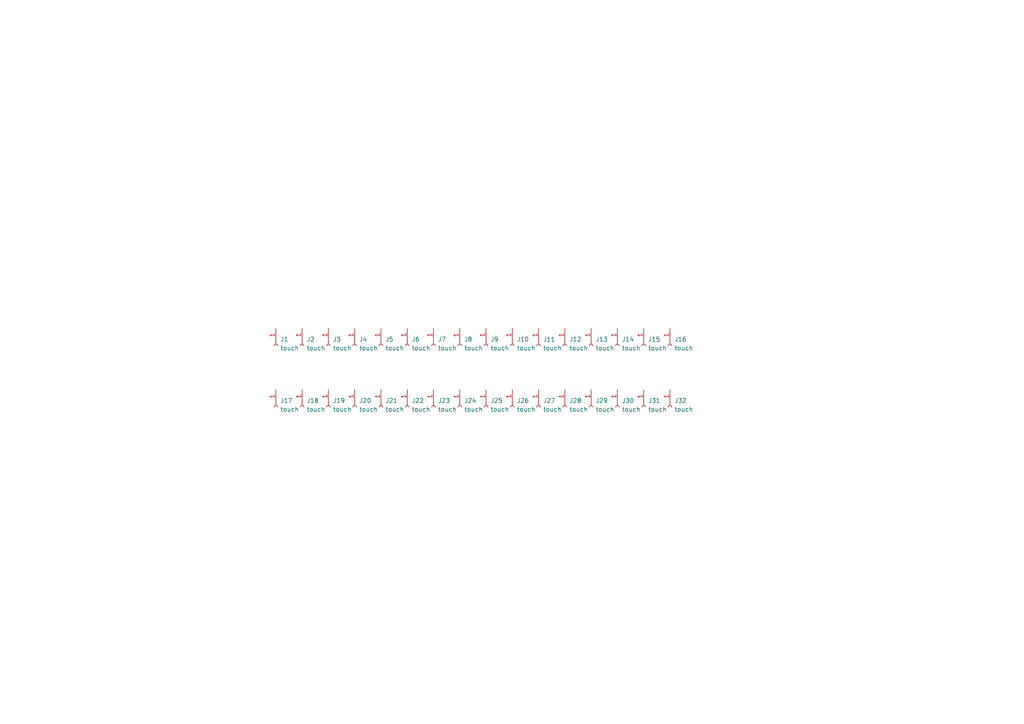
<source format=kicad_sch>
(kicad_sch (version 20211123) (generator eeschema)
  (paper "A4")
  (lib_symbols
    (symbol "Connector:Conn_01x01_Female" (pin_names (offset 1.016) hide)
      (property "Reference" "J" (at 0 2.54 0))
      (property "Value" "Conn_01x01_Female" (at 0 -2.54 0))
      (symbol "Conn_01x01_Female_1_1"
        (polyline (pts (xy -1.27 0) (xy -0.508 0)) (stroke (width 0.1524)))
        (arc (start 0 0.508) (mid -0.508 0) (end 0 -0.508) (stroke (width 0.1524)))
        (pin passive line (at -5.08 0 0) (length 3.81) (name "Pin_1") (number "1"))
      )
    )
  )
  (symbol (lib_id "Connector:Conn_01x01_Female") (at 179.07 118.11 270) (unit 1)
    (property "Reference" "J30" (at 180.34 116.2049 90) (effects (justify left)))
    (property "Value" "touch" (at 180.34 118.7449 90) (effects (justify left)))
    (property "Footprint" "sanproject-keyboard-part-v6:Touchzone" (effects hide))
  )
  (symbol (lib_id "Connector:Conn_01x01_Female") (at 140.97 118.11 270) (unit 1)
    (property "Reference" "J25" (at 142.24 116.2049 90) (effects (justify left)))
    (property "Value" "touch" (at 142.24 118.7449 90) (effects (justify left)))
    (property "Footprint" "sanproject-keyboard-part-v6:Touchzone" (effects hide))
  )
  (symbol (lib_id "Connector:Conn_01x01_Female") (at 87.63 118.11 270) (unit 1)
    (property "Reference" "J18" (at 88.9 116.2049 90) (effects (justify left)))
    (property "Value" "touch" (at 88.9 118.7449 90) (effects (justify left)))
    (property "Footprint" "sanproject-keyboard-part-v6:Touchzone" (effects hide))
  )
  (symbol (lib_id "Connector:Conn_01x01_Female") (at 163.83 118.11 270) (unit 1)
    (property "Reference" "J28" (at 165.1 116.2049 90) (effects (justify left)))
    (property "Value" "touch" (at 165.1 118.7449 90) (effects (justify left)))
    (property "Footprint" "sanproject-keyboard-part-v6:Touchzone" (effects hide))
  )
  (symbol (lib_id "Connector:Conn_01x01_Female") (at 110.49 100.33 270) (unit 1)
    (property "Reference" "J5" (at 111.76 98.4249 90) (effects (justify left)))
    (property "Value" "touch" (at 111.76 100.9649 90) (effects (justify left)))
    (property "Footprint" "sanproject-keyboard-part-v6:Touchzone" (effects hide))
  )
  (symbol (lib_id "Connector:Conn_01x01_Female") (at 125.73 100.33 270) (unit 1)
    (property "Reference" "J7" (at 127 98.4249 90) (effects (justify left)))
    (property "Value" "touch" (at 127 100.9649 90) (effects (justify left)))
    (property "Footprint" "sanproject-keyboard-part-v6:Touchzone" (effects hide))
  )
  (symbol (lib_id "Connector:Conn_01x01_Female") (at 87.63 100.33 270) (unit 1)
    (property "Reference" "J2" (at 88.9 98.4249 90) (effects (justify left)))
    (property "Value" "touch" (at 88.9 100.9649 90) (effects (justify left)))
    (property "Footprint" "sanproject-keyboard-part-v6:Touchzone" (effects hide))
  )
  (symbol (lib_id "Connector:Conn_01x01_Female") (at 95.25 100.33 270) (unit 1)
    (property "Reference" "J3" (at 96.52 98.4249 90) (effects (justify left)))
    (property "Value" "touch" (at 96.52 100.9649 90) (effects (justify left)))
    (property "Footprint" "sanproject-keyboard-part-v6:Touchzone" (effects hide))
  )
  (symbol (lib_id "Connector:Conn_01x01_Female") (at 102.87 100.33 270) (unit 1)
    (property "Reference" "J4" (at 104.14 98.4249 90) (effects (justify left)))
    (property "Value" "touch" (at 104.14 100.9649 90) (effects (justify left)))
    (property "Footprint" "sanproject-keyboard-part-v6:Touchzone" (effects hide))
  )
  (symbol (lib_id "Connector:Conn_01x01_Female") (at 171.45 118.11 270) (unit 1)
    (property "Reference" "J29" (at 172.72 116.2049 90) (effects (justify left)))
    (property "Value" "touch" (at 172.72 118.7449 90) (effects (justify left)))
    (property "Footprint" "sanproject-keyboard-part-v6:Touchzone" (effects hide))
  )
  (symbol (lib_id "Connector:Conn_01x01_Female") (at 133.35 100.33 270) (unit 1)
    (property "Reference" "J8" (at 134.62 98.4249 90) (effects (justify left)))
    (property "Value" "touch" (at 134.62 100.9649 90) (effects (justify left)))
    (property "Footprint" "sanproject-keyboard-part-v6:Touchzone" (effects hide))
  )
  (symbol (lib_id "Connector:Conn_01x01_Female") (at 80.01 100.33 270) (unit 1)
    (property "Reference" "J1" (at 81.28 98.4249 90) (effects (justify left)))
    (property "Value" "touch" (at 81.28 100.9649 90) (effects (justify left)))
    (property "Footprint" "sanproject-keyboard-part-v6:Touchzone" (effects hide))
  )
  (symbol (lib_id "Connector:Conn_01x01_Female") (at 186.69 100.33 270) (unit 1)
    (property "Reference" "J15" (at 187.96 98.4249 90) (effects (justify left)))
    (property "Value" "touch" (at 187.96 100.9649 90) (effects (justify left)))
    (property "Footprint" "sanproject-keyboard-part-v6:Touchzone" (effects hide))
  )
  (symbol (lib_id "Connector:Conn_01x01_Female") (at 194.31 118.11 270) (unit 1)
    (property "Reference" "J32" (at 195.58 116.2049 90) (effects (justify left)))
    (property "Value" "touch" (at 195.58 118.7449 90) (effects (justify left)))
    (property "Footprint" "sanproject-keyboard-part-v6:Touchzone" (effects hide))
  )
  (symbol (lib_id "Connector:Conn_01x01_Female") (at 163.83 100.33 270) (unit 1)
    (property "Reference" "J12" (at 165.1 98.4249 90) (effects (justify left)))
    (property "Value" "touch" (at 165.1 100.9649 90) (effects (justify left)))
    (property "Footprint" "sanproject-keyboard-part-v6:Touchzone" (effects hide))
  )
  (symbol (lib_id "Connector:Conn_01x01_Female") (at 186.69 118.11 270) (unit 1)
    (property "Reference" "J31" (at 187.96 116.2049 90) (effects (justify left)))
    (property "Value" "touch" (at 187.96 118.7449 90) (effects (justify left)))
    (property "Footprint" "sanproject-keyboard-part-v6:Touchzone" (effects hide))
  )
  (symbol (lib_id "Connector:Conn_01x01_Female") (at 148.59 118.11 270) (unit 1)
    (property "Reference" "J26" (at 149.86 116.2049 90) (effects (justify left)))
    (property "Value" "touch" (at 149.86 118.7449 90) (effects (justify left)))
    (property "Footprint" "sanproject-keyboard-part-v6:Touchzone" (effects hide))
  )
  (symbol (lib_id "Connector:Conn_01x01_Female") (at 118.11 100.33 270) (unit 1)
    (property "Reference" "J6" (at 119.38 98.4249 90) (effects (justify left)))
    (property "Value" "touch" (at 119.38 100.9649 90) (effects (justify left)))
    (property "Footprint" "sanproject-keyboard-part-v6:Touchzone" (effects hide))
  )
  (symbol (lib_id "Connector:Conn_01x01_Female") (at 194.31 100.33 270) (unit 1)
    (property "Reference" "J16" (at 195.58 98.4249 90) (effects (justify left)))
    (property "Value" "touch" (at 195.58 100.9649 90) (effects (justify left)))
    (property "Footprint" "sanproject-keyboard-part-v6:Touchzone" (effects hide))
  )
  (symbol (lib_id "Connector:Conn_01x01_Female") (at 156.21 100.33 270) (unit 1)
    (property "Reference" "J11" (at 157.48 98.4249 90) (effects (justify left)))
    (property "Value" "touch" (at 157.48 100.9649 90) (effects (justify left)))
    (property "Footprint" "sanproject-keyboard-part-v6:Touchzone" (effects hide))
  )
  (symbol (lib_id "Connector:Conn_01x01_Female") (at 102.87 118.11 270) (unit 1)
    (property "Reference" "J20" (at 104.14 116.2049 90) (effects (justify left)))
    (property "Value" "touch" (at 104.14 118.7449 90) (effects (justify left)))
    (property "Footprint" "sanproject-keyboard-part-v6:Touchzone" (effects hide))
  )
  (symbol (lib_id "Connector:Conn_01x01_Female") (at 148.59 100.33 270) (unit 1)
    (property "Reference" "J10" (at 149.86 98.4249 90) (effects (justify left)))
    (property "Value" "touch" (at 149.86 100.9649 90) (effects (justify left)))
    (property "Footprint" "sanproject-keyboard-part-v6:Touchzone" (effects hide))
  )
  (symbol (lib_id "Connector:Conn_01x01_Female") (at 156.21 118.11 270) (unit 1)
    (property "Reference" "J27" (at 157.48 116.2049 90) (effects (justify left)))
    (property "Value" "touch" (at 157.48 118.7449 90) (effects (justify left)))
    (property "Footprint" "sanproject-keyboard-part-v6:Touchzone" (effects hide))
  )
  (symbol (lib_id "Connector:Conn_01x01_Female") (at 179.07 100.33 270) (unit 1)
    (property "Reference" "J14" (at 180.34 98.4249 90) (effects (justify left)))
    (property "Value" "touch" (at 180.34 100.9649 90) (effects (justify left)))
    (property "Footprint" "sanproject-keyboard-part-v6:Touchzone" (effects hide))
  )
  (symbol (lib_id "Connector:Conn_01x01_Female") (at 140.97 100.33 270) (unit 1)
    (property "Reference" "J9" (at 142.24 98.4249 90) (effects (justify left)))
    (property "Value" "touch" (at 142.24 100.9649 90) (effects (justify left)))
    (property "Footprint" "sanproject-keyboard-part-v6:Touchzone" (effects hide))
  )
  (symbol (lib_id "Connector:Conn_01x01_Female") (at 110.49 118.11 270) (unit 1)
    (property "Reference" "J21" (at 111.76 116.2049 90) (effects (justify left)))
    (property "Value" "touch" (at 111.76 118.7449 90) (effects (justify left)))
    (property "Footprint" "sanproject-keyboard-part-v6:Touchzone" (effects hide))
  )
  (symbol (lib_id "Connector:Conn_01x01_Female") (at 171.45 100.33 270) (unit 1)
    (property "Reference" "J13" (at 172.72 98.4249 90) (effects (justify left)))
    (property "Value" "touch" (at 172.72 100.9649 90) (effects (justify left)))
    (property "Footprint" "sanproject-keyboard-part-v6:Touchzone" (effects hide))
  )
  (symbol (lib_id "Connector:Conn_01x01_Female") (at 118.11 118.11 270) (unit 1)
    (property "Reference" "J22" (at 119.38 116.2049 90) (effects (justify left)))
    (property "Value" "touch" (at 119.38 118.7449 90) (effects (justify left)))
    (property "Footprint" "sanproject-keyboard-part-v6:Touchzone" (effects hide))
  )
  (symbol (lib_id "Connector:Conn_01x01_Female") (at 80.01 118.11 270) (unit 1)
    (property "Reference" "J17" (at 81.28 116.2049 90) (effects (justify left)))
    (property "Value" "touch" (at 81.28 118.7449 90) (effects (justify left)))
    (property "Footprint" "sanproject-keyboard-part-v6:Touchzone" (effects hide))
  )
  (symbol (lib_id "Connector:Conn_01x01_Female") (at 95.25 118.11 270) (unit 1)
    (property "Reference" "J19" (at 96.52 116.2049 90) (effects (justify left)))
    (property "Value" "touch" (at 96.52 118.7449 90) (effects (justify left)))
    (property "Footprint" "sanproject-keyboard-part-v6:Touchzone" (effects hide))
  )
  (symbol (lib_id "Connector:Conn_01x01_Female") (at 133.35 118.11 270) (unit 1)
    (property "Reference" "J24" (at 134.62 116.2049 90) (effects (justify left)))
    (property "Value" "touch" (at 134.62 118.7449 90) (effects (justify left)))
    (property "Footprint" "sanproject-keyboard-part-v6:Touchzone" (effects hide))
  )
  (symbol (lib_id "Connector:Conn_01x01_Female") (at 125.73 118.11 270) (unit 1)
    (property "Reference" "J23" (at 127 116.2049 90) (effects (justify left)))
    (property "Value" "touch" (at 127 118.7449 90) (effects (justify left)))
    (property "Footprint" "sanproject-keyboard-part-v6:Touchzone" (effects hide))
  )
)
</source>
